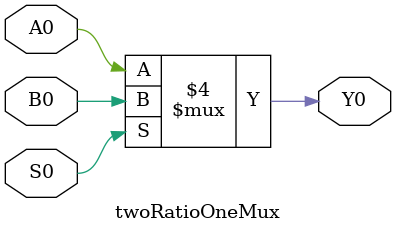
<source format=v>
module fourRatioOneMux(Y, S, A, B);
  input A, B;
  input [1:0] S;
  output Y;
  wire t1, t2;
  twoRatioOneMux M1(t1, S[0], A, B);
  twoRatioOneMux M2(Y, S[1], t1, t1);
endmodule

module twoRatioOneMux(Y0, S0, A0, B0);
  input A0, B0, S0;
  output Y0;
  reg Y0;
  always @(S0,A0,B0)
    begin 
      if(S0==0)
        Y0<=A0;
      else
        Y0<=B0;
    end    
endmodule
</source>
